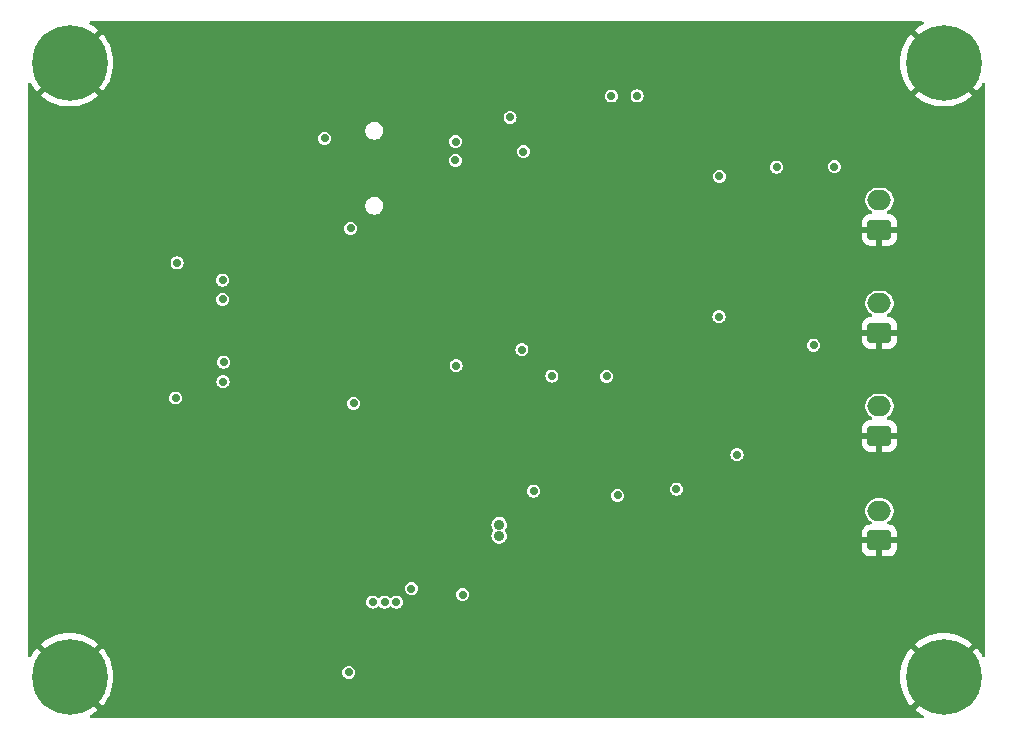
<source format=gbr>
%TF.GenerationSoftware,KiCad,Pcbnew,8.0.6*%
%TF.CreationDate,2024-11-05T11:01:03+02:00*%
%TF.ProjectId,PionController,50696f6e-436f-46e7-9472-6f6c6c65722e,rev?*%
%TF.SameCoordinates,Original*%
%TF.FileFunction,Copper,L2,Inr*%
%TF.FilePolarity,Positive*%
%FSLAX46Y46*%
G04 Gerber Fmt 4.6, Leading zero omitted, Abs format (unit mm)*
G04 Created by KiCad (PCBNEW 8.0.6) date 2024-11-05 11:01:03*
%MOMM*%
%LPD*%
G01*
G04 APERTURE LIST*
G04 Aperture macros list*
%AMRoundRect*
0 Rectangle with rounded corners*
0 $1 Rounding radius*
0 $2 $3 $4 $5 $6 $7 $8 $9 X,Y pos of 4 corners*
0 Add a 4 corners polygon primitive as box body*
4,1,4,$2,$3,$4,$5,$6,$7,$8,$9,$2,$3,0*
0 Add four circle primitives for the rounded corners*
1,1,$1+$1,$2,$3*
1,1,$1+$1,$4,$5*
1,1,$1+$1,$6,$7*
1,1,$1+$1,$8,$9*
0 Add four rect primitives between the rounded corners*
20,1,$1+$1,$2,$3,$4,$5,0*
20,1,$1+$1,$4,$5,$6,$7,0*
20,1,$1+$1,$6,$7,$8,$9,0*
20,1,$1+$1,$8,$9,$2,$3,0*%
G04 Aperture macros list end*
%TA.AperFunction,ComponentPad*%
%ADD10C,0.800000*%
%TD*%
%TA.AperFunction,ComponentPad*%
%ADD11C,6.400000*%
%TD*%
%TA.AperFunction,ComponentPad*%
%ADD12RoundRect,0.250000X0.750000X-0.600000X0.750000X0.600000X-0.750000X0.600000X-0.750000X-0.600000X0*%
%TD*%
%TA.AperFunction,ComponentPad*%
%ADD13O,2.000000X1.700000*%
%TD*%
%TA.AperFunction,ViaPad*%
%ADD14C,0.700000*%
%TD*%
%TA.AperFunction,ViaPad*%
%ADD15C,0.900000*%
%TD*%
G04 APERTURE END LIST*
D10*
%TO.N,GND*%
%TO.C,H3*%
X175600000Y-122649999D03*
X176302944Y-120952943D03*
X176302944Y-124347055D03*
X178000000Y-120249999D03*
D11*
X178000000Y-122649999D03*
D10*
X178000000Y-125049999D03*
X179697056Y-120952943D03*
X179697056Y-124347055D03*
X180400000Y-122649999D03*
%TD*%
D12*
%TO.N,GND*%
%TO.C,J5*%
X172567600Y-102235000D03*
D13*
%TO.N,Net-(J5-Pin_2)*%
X172567600Y-99735000D03*
%TD*%
D10*
%TO.N,GND*%
%TO.C,H1*%
X101600000Y-70649999D03*
X102302944Y-68952943D03*
X102302944Y-72347055D03*
X104000000Y-68249999D03*
D11*
X104000000Y-70649999D03*
D10*
X104000000Y-73049999D03*
X105697056Y-68952943D03*
X105697056Y-72347055D03*
X106400000Y-70649999D03*
%TD*%
%TO.N,GND*%
%TO.C,H4*%
X101600000Y-122649999D03*
X102302944Y-120952943D03*
X102302944Y-124347055D03*
X104000000Y-120249999D03*
D11*
X104000000Y-122649999D03*
D10*
X104000000Y-125049999D03*
X105697056Y-120952943D03*
X105697056Y-124347055D03*
X106400000Y-122649999D03*
%TD*%
D12*
%TO.N,GND*%
%TO.C,J3*%
X172567600Y-84785200D03*
D13*
%TO.N,Net-(J3-Pin_2)*%
X172567600Y-82285200D03*
%TD*%
D12*
%TO.N,GND*%
%TO.C,J6*%
X172563200Y-111094200D03*
D13*
%TO.N,Net-(J6-Pin_2)*%
X172563200Y-108594200D03*
%TD*%
D12*
%TO.N,GND*%
%TO.C,J4*%
X172567600Y-93522800D03*
D13*
%TO.N,Net-(J4-Pin_2)*%
X172567600Y-91022800D03*
%TD*%
D10*
%TO.N,GND*%
%TO.C,H2*%
X175600000Y-70649999D03*
X176302944Y-68952943D03*
X176302944Y-72347055D03*
X178000000Y-68249999D03*
D11*
X178000000Y-70649999D03*
D10*
X178000000Y-73049999D03*
X179697056Y-68952943D03*
X179697056Y-72347055D03*
X180400000Y-70649999D03*
%TD*%
D14*
%TO.N,Net-(J1-Pad12)*%
X141300200Y-75285600D03*
X136690000Y-77340000D03*
%TO.N,Net-(J1-Pad13)*%
X127790000Y-84670000D03*
X152050000Y-73460000D03*
%TO.N,Net-(J1-Pad14)*%
X136670000Y-78920000D03*
X149860000Y-73456800D03*
%TO.N,GND*%
X143637000Y-93167200D03*
X114722600Y-116870000D03*
X102730000Y-84250000D03*
X141300200Y-97612200D03*
X167550000Y-91460000D03*
X137439400Y-86461600D03*
X102790000Y-109100000D03*
X104730000Y-84250000D03*
X169260000Y-82260000D03*
X152450800Y-93218000D03*
X133900000Y-97350000D03*
X130073400Y-109905800D03*
X144780000Y-98679000D03*
X119684800Y-122351800D03*
X143256000Y-110363000D03*
X114722600Y-120222800D03*
X129940200Y-122063200D03*
X146024600Y-109677200D03*
X130130000Y-96560000D03*
X115773200Y-107797600D03*
X111911200Y-89914200D03*
X157632400Y-97307400D03*
X125628400Y-116789200D03*
X143510000Y-75311000D03*
X162610800Y-76809600D03*
X111912400Y-96748600D03*
X129830000Y-79580000D03*
X147955000Y-93167200D03*
X134730000Y-112870000D03*
X147294600Y-104724200D03*
X103730000Y-84250000D03*
X104790000Y-109100000D03*
X111425000Y-99075000D03*
X151942800Y-107264200D03*
X157607000Y-99491800D03*
X119532400Y-100304600D03*
X126380000Y-87690000D03*
X142773400Y-100279200D03*
X155295600Y-82169000D03*
X145355200Y-102688939D03*
X161027200Y-90305800D03*
X151409400Y-100457000D03*
X145110000Y-74138000D03*
X129820000Y-78320000D03*
X134770000Y-110288600D03*
X148590000Y-109651800D03*
X103790000Y-109100000D03*
X129768600Y-100279200D03*
X149183200Y-102632376D03*
X120980200Y-120751600D03*
X111525000Y-87600000D03*
X114697200Y-113415600D03*
X126034800Y-105867200D03*
X139900253Y-115522032D03*
X149402800Y-98729800D03*
X160528000Y-80238600D03*
X160553400Y-83718400D03*
X143979000Y-81369000D03*
X155473400Y-93675200D03*
X122160000Y-82130000D03*
X133420000Y-122037800D03*
X167554600Y-76814200D03*
X162600000Y-82265799D03*
X151409400Y-98399600D03*
X126161800Y-99060000D03*
X160528000Y-94437200D03*
X126009400Y-113411000D03*
X153365200Y-102870000D03*
%TO.N,+5V*%
X131670000Y-116320000D03*
X130670000Y-116320000D03*
X137270000Y-115676900D03*
X129670000Y-116320000D03*
X127640000Y-122260000D03*
X167005000Y-94564200D03*
X132943600Y-115189000D03*
X168757600Y-79451200D03*
X128041400Y-99491800D03*
%TO.N,+3.3V*%
X125600000Y-77050000D03*
X142417800Y-78181200D03*
X159004000Y-80264000D03*
X136728200Y-96291400D03*
X160502600Y-103835200D03*
X143281400Y-106908600D03*
X149475000Y-97192800D03*
X142290800Y-94945200D03*
X144830800Y-97180400D03*
X150393400Y-107289600D03*
D15*
X140366400Y-109761800D03*
X140366400Y-110711800D03*
D14*
X155373700Y-106754300D03*
X158978600Y-92151200D03*
X163855400Y-79476600D03*
%TO.N,Net-(SB1-C)*%
X112975369Y-99024631D03*
%TO.N,Net-(SB2-C)*%
X113100000Y-87600000D03*
%TO.N,Net-(SB1-A)*%
X116992400Y-97663000D03*
%TO.N,Net-(SB1-B)*%
X117043200Y-95986600D03*
%TO.N,Net-(SB2-A)*%
X116967000Y-90678000D03*
%TO.N,Net-(SB2-B)*%
X116950000Y-89050000D03*
%TD*%
%TA.AperFunction,Conductor*%
%TO.N,GND*%
G36*
X176268745Y-67170184D02*
G01*
X176314500Y-67222988D01*
X176324444Y-67292146D01*
X176295419Y-67355702D01*
X176258001Y-67384984D01*
X176147456Y-67441309D01*
X175822206Y-67652530D01*
X175564648Y-67861094D01*
X175564648Y-67861095D01*
X176604686Y-68901132D01*
X176638171Y-68962455D01*
X176633187Y-69032147D01*
X176595262Y-69085000D01*
X176562948Y-69111290D01*
X176430694Y-69252898D01*
X176370550Y-69288457D01*
X176300729Y-69285854D01*
X176252390Y-69255942D01*
X175211096Y-68214647D01*
X175211095Y-68214647D01*
X175002531Y-68472205D01*
X174791310Y-68797455D01*
X174615244Y-69143004D01*
X174476262Y-69505062D01*
X174375887Y-69879668D01*
X174375886Y-69879675D01*
X174315219Y-70262711D01*
X174294922Y-70649998D01*
X174294922Y-70649999D01*
X174315219Y-71037286D01*
X174375886Y-71420322D01*
X174375887Y-71420329D01*
X174476262Y-71794935D01*
X174615244Y-72156993D01*
X174791310Y-72502542D01*
X175002531Y-72827792D01*
X175211095Y-73085349D01*
X175211096Y-73085349D01*
X176252389Y-72044055D01*
X176313712Y-72010570D01*
X176383403Y-72015554D01*
X176430693Y-72047099D01*
X176533328Y-72156993D01*
X176562947Y-72188707D01*
X176595260Y-72214996D01*
X176634840Y-72272572D01*
X176637009Y-72342408D01*
X176604686Y-72398864D01*
X175564648Y-73438902D01*
X175564649Y-73438903D01*
X175822206Y-73647467D01*
X176147456Y-73858688D01*
X176493005Y-74034754D01*
X176855063Y-74173736D01*
X177229669Y-74274111D01*
X177229676Y-74274112D01*
X177612712Y-74334779D01*
X177999999Y-74355077D01*
X178000001Y-74355077D01*
X178387287Y-74334779D01*
X178770323Y-74274112D01*
X178770330Y-74274111D01*
X179144936Y-74173736D01*
X179506994Y-74034754D01*
X179852543Y-73858688D01*
X180177783Y-73647475D01*
X180177785Y-73647474D01*
X180435349Y-73438901D01*
X179395312Y-72398864D01*
X179361827Y-72337541D01*
X179366811Y-72267849D01*
X179404736Y-72214998D01*
X179437053Y-72188707D01*
X179569306Y-72047098D01*
X179629448Y-72011540D01*
X179699269Y-72014142D01*
X179747609Y-72044055D01*
X180788902Y-73085348D01*
X180997475Y-72827784D01*
X180997476Y-72827782D01*
X181208691Y-72502540D01*
X181208692Y-72502537D01*
X181265015Y-72391998D01*
X181312989Y-72341201D01*
X181380810Y-72324406D01*
X181446945Y-72346943D01*
X181490397Y-72401658D01*
X181499500Y-72448292D01*
X181499500Y-120851705D01*
X181479815Y-120918744D01*
X181427011Y-120964499D01*
X181357853Y-120974443D01*
X181294297Y-120945418D01*
X181265015Y-120908000D01*
X181208689Y-120797455D01*
X180997468Y-120472205D01*
X180788904Y-120214648D01*
X180788903Y-120214647D01*
X179747609Y-121255941D01*
X179686286Y-121289426D01*
X179616594Y-121284442D01*
X179569305Y-121252897D01*
X179437056Y-121111294D01*
X179437055Y-121111293D01*
X179437053Y-121111291D01*
X179404737Y-121085000D01*
X179365157Y-121027423D01*
X179362989Y-120957587D01*
X179395312Y-120901132D01*
X180435350Y-119861095D01*
X180435350Y-119861094D01*
X180177793Y-119652530D01*
X179852543Y-119441309D01*
X179506994Y-119265243D01*
X179144936Y-119126261D01*
X178770330Y-119025886D01*
X178770323Y-119025885D01*
X178387287Y-118965218D01*
X178000001Y-118944921D01*
X177999999Y-118944921D01*
X177612712Y-118965218D01*
X177229676Y-119025885D01*
X177229669Y-119025886D01*
X176855063Y-119126261D01*
X176493005Y-119265243D01*
X176147456Y-119441309D01*
X175822206Y-119652530D01*
X175564648Y-119861094D01*
X175564648Y-119861095D01*
X176604686Y-120901132D01*
X176638171Y-120962455D01*
X176633187Y-121032147D01*
X176595262Y-121085000D01*
X176562948Y-121111290D01*
X176430694Y-121252898D01*
X176370550Y-121288457D01*
X176300729Y-121285854D01*
X176252390Y-121255942D01*
X175211096Y-120214647D01*
X175211095Y-120214647D01*
X175002531Y-120472205D01*
X174791310Y-120797455D01*
X174615244Y-121143004D01*
X174476262Y-121505062D01*
X174375887Y-121879668D01*
X174375886Y-121879675D01*
X174315219Y-122262711D01*
X174294922Y-122649998D01*
X174294922Y-122649999D01*
X174315219Y-123037286D01*
X174375886Y-123420322D01*
X174375887Y-123420329D01*
X174476262Y-123794935D01*
X174615244Y-124156993D01*
X174791310Y-124502542D01*
X175002531Y-124827792D01*
X175211095Y-125085349D01*
X175211096Y-125085349D01*
X176252389Y-124044055D01*
X176313712Y-124010570D01*
X176383403Y-124015554D01*
X176430693Y-124047099D01*
X176533328Y-124156993D01*
X176562947Y-124188707D01*
X176595260Y-124214996D01*
X176634840Y-124272572D01*
X176637009Y-124342408D01*
X176604686Y-124398864D01*
X175564648Y-125438902D01*
X175564649Y-125438903D01*
X175822206Y-125647467D01*
X176147456Y-125858688D01*
X176258001Y-125915014D01*
X176308797Y-125962989D01*
X176325592Y-126030810D01*
X176303055Y-126096944D01*
X176248340Y-126140396D01*
X176201706Y-126149499D01*
X105798294Y-126149499D01*
X105731255Y-126129814D01*
X105685500Y-126077010D01*
X105675556Y-126007852D01*
X105704581Y-125944296D01*
X105741999Y-125915014D01*
X105852543Y-125858688D01*
X106177783Y-125647475D01*
X106177785Y-125647474D01*
X106435349Y-125438901D01*
X105395312Y-124398864D01*
X105361827Y-124337541D01*
X105366811Y-124267849D01*
X105404736Y-124214998D01*
X105437053Y-124188707D01*
X105569306Y-124047098D01*
X105629448Y-124011540D01*
X105699269Y-124014142D01*
X105747609Y-124044055D01*
X106788902Y-125085348D01*
X106997475Y-124827784D01*
X106997476Y-124827782D01*
X107208689Y-124502542D01*
X107384755Y-124156993D01*
X107523737Y-123794935D01*
X107624112Y-123420329D01*
X107624113Y-123420322D01*
X107684780Y-123037286D01*
X107705078Y-122649999D01*
X107705078Y-122649998D01*
X107684780Y-122262711D01*
X107684350Y-122259999D01*
X127084750Y-122259999D01*
X127084750Y-122260000D01*
X127103670Y-122403708D01*
X127103671Y-122403712D01*
X127159137Y-122537622D01*
X127159138Y-122537624D01*
X127159139Y-122537625D01*
X127247379Y-122652621D01*
X127362375Y-122740861D01*
X127496291Y-122796330D01*
X127623280Y-122813048D01*
X127639999Y-122815250D01*
X127640000Y-122815250D01*
X127640001Y-122815250D01*
X127654977Y-122813278D01*
X127783709Y-122796330D01*
X127917625Y-122740861D01*
X128032621Y-122652621D01*
X128120861Y-122537625D01*
X128176330Y-122403709D01*
X128195250Y-122260000D01*
X128176330Y-122116291D01*
X128120861Y-121982375D01*
X128032621Y-121867379D01*
X127917625Y-121779139D01*
X127917624Y-121779138D01*
X127917622Y-121779137D01*
X127783712Y-121723671D01*
X127783710Y-121723670D01*
X127783709Y-121723670D01*
X127711854Y-121714210D01*
X127640001Y-121704750D01*
X127639999Y-121704750D01*
X127496291Y-121723670D01*
X127496287Y-121723671D01*
X127362377Y-121779137D01*
X127247379Y-121867379D01*
X127159137Y-121982377D01*
X127103671Y-122116287D01*
X127103670Y-122116291D01*
X127084750Y-122259999D01*
X107684350Y-122259999D01*
X107624113Y-121879675D01*
X107624112Y-121879668D01*
X107523737Y-121505062D01*
X107384755Y-121143004D01*
X107208689Y-120797455D01*
X106997468Y-120472205D01*
X106788904Y-120214648D01*
X106788903Y-120214647D01*
X105747609Y-121255941D01*
X105686286Y-121289426D01*
X105616594Y-121284442D01*
X105569305Y-121252897D01*
X105437056Y-121111294D01*
X105437055Y-121111293D01*
X105437053Y-121111291D01*
X105404737Y-121085000D01*
X105365157Y-121027423D01*
X105362989Y-120957587D01*
X105395312Y-120901132D01*
X106435350Y-119861095D01*
X106435350Y-119861094D01*
X106177793Y-119652530D01*
X105852543Y-119441309D01*
X105506994Y-119265243D01*
X105144936Y-119126261D01*
X104770330Y-119025886D01*
X104770323Y-119025885D01*
X104387287Y-118965218D01*
X104000001Y-118944921D01*
X103999999Y-118944921D01*
X103612712Y-118965218D01*
X103229676Y-119025885D01*
X103229669Y-119025886D01*
X102855063Y-119126261D01*
X102493005Y-119265243D01*
X102147456Y-119441309D01*
X101822206Y-119652530D01*
X101564648Y-119861094D01*
X101564648Y-119861095D01*
X102604686Y-120901132D01*
X102638171Y-120962455D01*
X102633187Y-121032147D01*
X102595262Y-121085000D01*
X102562948Y-121111290D01*
X102430694Y-121252898D01*
X102370550Y-121288457D01*
X102300729Y-121285854D01*
X102252390Y-121255942D01*
X101211096Y-120214647D01*
X101211095Y-120214647D01*
X101002531Y-120472205D01*
X100791310Y-120797455D01*
X100734985Y-120908000D01*
X100687010Y-120958796D01*
X100619189Y-120975591D01*
X100553055Y-120953054D01*
X100509603Y-120898339D01*
X100500500Y-120851705D01*
X100500500Y-116319999D01*
X129114750Y-116319999D01*
X129114750Y-116320000D01*
X129133670Y-116463708D01*
X129133671Y-116463712D01*
X129189137Y-116597622D01*
X129189138Y-116597624D01*
X129189139Y-116597625D01*
X129277379Y-116712621D01*
X129392375Y-116800861D01*
X129526291Y-116856330D01*
X129653280Y-116873048D01*
X129669999Y-116875250D01*
X129670000Y-116875250D01*
X129670001Y-116875250D01*
X129684977Y-116873278D01*
X129813709Y-116856330D01*
X129947625Y-116800861D01*
X130062621Y-116712621D01*
X130071625Y-116700886D01*
X130128050Y-116659685D01*
X130197796Y-116655529D01*
X130258717Y-116689740D01*
X130268367Y-116700876D01*
X130277379Y-116712621D01*
X130392375Y-116800861D01*
X130526291Y-116856330D01*
X130653280Y-116873048D01*
X130669999Y-116875250D01*
X130670000Y-116875250D01*
X130670001Y-116875250D01*
X130684977Y-116873278D01*
X130813709Y-116856330D01*
X130947625Y-116800861D01*
X131062621Y-116712621D01*
X131071625Y-116700886D01*
X131128050Y-116659685D01*
X131197796Y-116655529D01*
X131258717Y-116689740D01*
X131268367Y-116700876D01*
X131277379Y-116712621D01*
X131392375Y-116800861D01*
X131526291Y-116856330D01*
X131653280Y-116873048D01*
X131669999Y-116875250D01*
X131670000Y-116875250D01*
X131670001Y-116875250D01*
X131684977Y-116873278D01*
X131813709Y-116856330D01*
X131947625Y-116800861D01*
X132062621Y-116712621D01*
X132150861Y-116597625D01*
X132206330Y-116463709D01*
X132225250Y-116320000D01*
X132206330Y-116176291D01*
X132150861Y-116042375D01*
X132062621Y-115927379D01*
X131947625Y-115839139D01*
X131947624Y-115839138D01*
X131947622Y-115839137D01*
X131813712Y-115783671D01*
X131813710Y-115783670D01*
X131813709Y-115783670D01*
X131741854Y-115774210D01*
X131670001Y-115764750D01*
X131669999Y-115764750D01*
X131526291Y-115783670D01*
X131526287Y-115783671D01*
X131392377Y-115839137D01*
X131334877Y-115883259D01*
X131277379Y-115927379D01*
X131277378Y-115927380D01*
X131277377Y-115927381D01*
X131268375Y-115939113D01*
X131211947Y-115980316D01*
X131142201Y-115984470D01*
X131081281Y-115950257D01*
X131071625Y-115939113D01*
X131069782Y-115936711D01*
X131062621Y-115927379D01*
X130947625Y-115839139D01*
X130947624Y-115839138D01*
X130947622Y-115839137D01*
X130813712Y-115783671D01*
X130813710Y-115783670D01*
X130813709Y-115783670D01*
X130741854Y-115774210D01*
X130670001Y-115764750D01*
X130669999Y-115764750D01*
X130526291Y-115783670D01*
X130526287Y-115783671D01*
X130392377Y-115839137D01*
X130334877Y-115883259D01*
X130277379Y-115927379D01*
X130277378Y-115927380D01*
X130277377Y-115927381D01*
X130268375Y-115939113D01*
X130211947Y-115980316D01*
X130142201Y-115984470D01*
X130081281Y-115950257D01*
X130071625Y-115939113D01*
X130069782Y-115936711D01*
X130062621Y-115927379D01*
X129947625Y-115839139D01*
X129947624Y-115839138D01*
X129947622Y-115839137D01*
X129813712Y-115783671D01*
X129813710Y-115783670D01*
X129813709Y-115783670D01*
X129741854Y-115774210D01*
X129670001Y-115764750D01*
X129669999Y-115764750D01*
X129526291Y-115783670D01*
X129526287Y-115783671D01*
X129392377Y-115839137D01*
X129277379Y-115927379D01*
X129189137Y-116042377D01*
X129133671Y-116176287D01*
X129133670Y-116176291D01*
X129114750Y-116319999D01*
X100500500Y-116319999D01*
X100500500Y-115188999D01*
X132388350Y-115188999D01*
X132388350Y-115189000D01*
X132407270Y-115332708D01*
X132407271Y-115332712D01*
X132462737Y-115466622D01*
X132462738Y-115466624D01*
X132462739Y-115466625D01*
X132550979Y-115581621D01*
X132665975Y-115669861D01*
X132799891Y-115725330D01*
X132926880Y-115742048D01*
X132943599Y-115744250D01*
X132943600Y-115744250D01*
X132943601Y-115744250D01*
X132958577Y-115742278D01*
X133087309Y-115725330D01*
X133204234Y-115676899D01*
X136714750Y-115676899D01*
X136714750Y-115676900D01*
X136733670Y-115820608D01*
X136733671Y-115820612D01*
X136789137Y-115954522D01*
X136789138Y-115954524D01*
X136789139Y-115954525D01*
X136877379Y-116069521D01*
X136992375Y-116157761D01*
X137126291Y-116213230D01*
X137253280Y-116229948D01*
X137269999Y-116232150D01*
X137270000Y-116232150D01*
X137270001Y-116232150D01*
X137284977Y-116230178D01*
X137413709Y-116213230D01*
X137547625Y-116157761D01*
X137662621Y-116069521D01*
X137750861Y-115954525D01*
X137806330Y-115820609D01*
X137825250Y-115676900D01*
X137806330Y-115533191D01*
X137750861Y-115399275D01*
X137662621Y-115284279D01*
X137547625Y-115196039D01*
X137547624Y-115196038D01*
X137547622Y-115196037D01*
X137413712Y-115140571D01*
X137413710Y-115140570D01*
X137413709Y-115140570D01*
X137341854Y-115131110D01*
X137270001Y-115121650D01*
X137269999Y-115121650D01*
X137126291Y-115140570D01*
X137126287Y-115140571D01*
X136992377Y-115196037D01*
X136877379Y-115284279D01*
X136789137Y-115399277D01*
X136733671Y-115533187D01*
X136733670Y-115533191D01*
X136714750Y-115676899D01*
X133204234Y-115676899D01*
X133221225Y-115669861D01*
X133336221Y-115581621D01*
X133424461Y-115466625D01*
X133479930Y-115332709D01*
X133498850Y-115189000D01*
X133479930Y-115045291D01*
X133424461Y-114911375D01*
X133336221Y-114796379D01*
X133221225Y-114708139D01*
X133221224Y-114708138D01*
X133221222Y-114708137D01*
X133087312Y-114652671D01*
X133087310Y-114652670D01*
X133087309Y-114652670D01*
X133015454Y-114643210D01*
X132943601Y-114633750D01*
X132943599Y-114633750D01*
X132799891Y-114652670D01*
X132799887Y-114652671D01*
X132665977Y-114708137D01*
X132550979Y-114796379D01*
X132462737Y-114911377D01*
X132407271Y-115045287D01*
X132407270Y-115045291D01*
X132388350Y-115188999D01*
X100500500Y-115188999D01*
X100500500Y-109761799D01*
X139711122Y-109761799D01*
X139711122Y-109761800D01*
X139730162Y-109918618D01*
X139786180Y-110066323D01*
X139786181Y-110066324D01*
X139855230Y-110166360D01*
X139877113Y-110232715D01*
X139859647Y-110300366D01*
X139855230Y-110307240D01*
X139786181Y-110407275D01*
X139786180Y-110407276D01*
X139730162Y-110554981D01*
X139711122Y-110711799D01*
X139711122Y-110711800D01*
X139730162Y-110868618D01*
X139742522Y-110901207D01*
X139786180Y-111016323D01*
X139875917Y-111146330D01*
X139994160Y-111251083D01*
X139994162Y-111251084D01*
X140134034Y-111324496D01*
X140287414Y-111362300D01*
X140287415Y-111362300D01*
X140445385Y-111362300D01*
X140598765Y-111324496D01*
X140738640Y-111251083D01*
X140856883Y-111146330D01*
X140946620Y-111016323D01*
X141002637Y-110868618D01*
X141021678Y-110711800D01*
X141002637Y-110554982D01*
X140960628Y-110444213D01*
X171063200Y-110444213D01*
X171063200Y-110844200D01*
X172130188Y-110844200D01*
X172097275Y-110901207D01*
X172063200Y-111028374D01*
X172063200Y-111160026D01*
X172097275Y-111287193D01*
X172130188Y-111344200D01*
X171063201Y-111344200D01*
X171063201Y-111744186D01*
X171073694Y-111846897D01*
X171128841Y-112013319D01*
X171128843Y-112013324D01*
X171220884Y-112162545D01*
X171344854Y-112286515D01*
X171494075Y-112378556D01*
X171494080Y-112378558D01*
X171660502Y-112433705D01*
X171660509Y-112433706D01*
X171763219Y-112444199D01*
X172313199Y-112444199D01*
X172313200Y-112444198D01*
X172313200Y-111527212D01*
X172370207Y-111560125D01*
X172497374Y-111594200D01*
X172629026Y-111594200D01*
X172756193Y-111560125D01*
X172813200Y-111527212D01*
X172813200Y-112444199D01*
X173363172Y-112444199D01*
X173363186Y-112444198D01*
X173465897Y-112433705D01*
X173632319Y-112378558D01*
X173632324Y-112378556D01*
X173781545Y-112286515D01*
X173905515Y-112162545D01*
X173997556Y-112013324D01*
X173997558Y-112013319D01*
X174052705Y-111846897D01*
X174052706Y-111846890D01*
X174063199Y-111744186D01*
X174063200Y-111744173D01*
X174063200Y-111344200D01*
X172996212Y-111344200D01*
X173029125Y-111287193D01*
X173063200Y-111160026D01*
X173063200Y-111028374D01*
X173029125Y-110901207D01*
X172996212Y-110844200D01*
X174063199Y-110844200D01*
X174063199Y-110444228D01*
X174063198Y-110444213D01*
X174052705Y-110341502D01*
X173997558Y-110175080D01*
X173997556Y-110175075D01*
X173905515Y-110025854D01*
X173781545Y-109901884D01*
X173632324Y-109809843D01*
X173632319Y-109809841D01*
X173465897Y-109754694D01*
X173465890Y-109754693D01*
X173363186Y-109744200D01*
X173291726Y-109744200D01*
X173224687Y-109724515D01*
X173178932Y-109671711D01*
X173168988Y-109602553D01*
X173198013Y-109538997D01*
X173222833Y-109517099D01*
X173382855Y-109410177D01*
X173529177Y-109263855D01*
X173644141Y-109091798D01*
X173723330Y-108900620D01*
X173763700Y-108697665D01*
X173763700Y-108490735D01*
X173723330Y-108287780D01*
X173644141Y-108096602D01*
X173529177Y-107924545D01*
X173529175Y-107924542D01*
X173382857Y-107778224D01*
X173239175Y-107682220D01*
X173210798Y-107663259D01*
X173019620Y-107584070D01*
X173019612Y-107584068D01*
X172816669Y-107543700D01*
X172816665Y-107543700D01*
X172309735Y-107543700D01*
X172309730Y-107543700D01*
X172106787Y-107584068D01*
X172106779Y-107584070D01*
X171915603Y-107663258D01*
X171743542Y-107778224D01*
X171597224Y-107924542D01*
X171482258Y-108096603D01*
X171403070Y-108287779D01*
X171403068Y-108287787D01*
X171362700Y-108490730D01*
X171362700Y-108697669D01*
X171403068Y-108900612D01*
X171403070Y-108900620D01*
X171482258Y-109091796D01*
X171597224Y-109263857D01*
X171743542Y-109410175D01*
X171743545Y-109410177D01*
X171903567Y-109517099D01*
X171948370Y-109570709D01*
X171957078Y-109640034D01*
X171926924Y-109703062D01*
X171867482Y-109739781D01*
X171834677Y-109744200D01*
X171763229Y-109744200D01*
X171763212Y-109744201D01*
X171660502Y-109754694D01*
X171494080Y-109809841D01*
X171494075Y-109809843D01*
X171344854Y-109901884D01*
X171220884Y-110025854D01*
X171128843Y-110175075D01*
X171128841Y-110175080D01*
X171073694Y-110341502D01*
X171073693Y-110341509D01*
X171063200Y-110444213D01*
X140960628Y-110444213D01*
X140946620Y-110407277D01*
X140877568Y-110307238D01*
X140855686Y-110240886D01*
X140873151Y-110173234D01*
X140877559Y-110166375D01*
X140946620Y-110066323D01*
X141002637Y-109918618D01*
X141021678Y-109761800D01*
X141019005Y-109739781D01*
X141002637Y-109604981D01*
X140972357Y-109525141D01*
X140946620Y-109457277D01*
X140856883Y-109327270D01*
X140738640Y-109222517D01*
X140738638Y-109222516D01*
X140738637Y-109222515D01*
X140598765Y-109149103D01*
X140445386Y-109111300D01*
X140445385Y-109111300D01*
X140287415Y-109111300D01*
X140287414Y-109111300D01*
X140134034Y-109149103D01*
X139994162Y-109222515D01*
X139875916Y-109327271D01*
X139786181Y-109457275D01*
X139786180Y-109457276D01*
X139730162Y-109604981D01*
X139711122Y-109761799D01*
X100500500Y-109761799D01*
X100500500Y-106908599D01*
X142726150Y-106908599D01*
X142726150Y-106908600D01*
X142745070Y-107052308D01*
X142745071Y-107052312D01*
X142800537Y-107186222D01*
X142800538Y-107186224D01*
X142800539Y-107186225D01*
X142888779Y-107301221D01*
X143003775Y-107389461D01*
X143137691Y-107444930D01*
X143264680Y-107461648D01*
X143281399Y-107463850D01*
X143281400Y-107463850D01*
X143281401Y-107463850D01*
X143296377Y-107461878D01*
X143425109Y-107444930D01*
X143559025Y-107389461D01*
X143674021Y-107301221D01*
X143682939Y-107289599D01*
X149838150Y-107289599D01*
X149838150Y-107289600D01*
X149857070Y-107433308D01*
X149857071Y-107433312D01*
X149912537Y-107567222D01*
X149912538Y-107567224D01*
X149912539Y-107567225D01*
X150000779Y-107682221D01*
X150115775Y-107770461D01*
X150249691Y-107825930D01*
X150376680Y-107842648D01*
X150393399Y-107844850D01*
X150393400Y-107844850D01*
X150393401Y-107844850D01*
X150408377Y-107842878D01*
X150537109Y-107825930D01*
X150671025Y-107770461D01*
X150786021Y-107682221D01*
X150874261Y-107567225D01*
X150929730Y-107433309D01*
X150948650Y-107289600D01*
X150929730Y-107145891D01*
X150890967Y-107052308D01*
X150874262Y-107011977D01*
X150874261Y-107011976D01*
X150874261Y-107011975D01*
X150786021Y-106896979D01*
X150671025Y-106808739D01*
X150671024Y-106808738D01*
X150671022Y-106808737D01*
X150539596Y-106754300D01*
X154818450Y-106754300D01*
X154837234Y-106896979D01*
X154837370Y-106898008D01*
X154837371Y-106898012D01*
X154892837Y-107031922D01*
X154892838Y-107031924D01*
X154892839Y-107031925D01*
X154981079Y-107146921D01*
X155096075Y-107235161D01*
X155229991Y-107290630D01*
X155356980Y-107307348D01*
X155373699Y-107309550D01*
X155373700Y-107309550D01*
X155373701Y-107309550D01*
X155388677Y-107307578D01*
X155517409Y-107290630D01*
X155651325Y-107235161D01*
X155766321Y-107146921D01*
X155854561Y-107031925D01*
X155910030Y-106898009D01*
X155928950Y-106754300D01*
X155928814Y-106753270D01*
X155926323Y-106734350D01*
X155910030Y-106610591D01*
X155854561Y-106476675D01*
X155766321Y-106361679D01*
X155651325Y-106273439D01*
X155651324Y-106273438D01*
X155651322Y-106273437D01*
X155517412Y-106217971D01*
X155517410Y-106217970D01*
X155517409Y-106217970D01*
X155445554Y-106208510D01*
X155373701Y-106199050D01*
X155373699Y-106199050D01*
X155229991Y-106217970D01*
X155229987Y-106217971D01*
X155096077Y-106273437D01*
X154981079Y-106361679D01*
X154892837Y-106476677D01*
X154837371Y-106610587D01*
X154837370Y-106610591D01*
X154818586Y-106753270D01*
X154818450Y-106754300D01*
X150539596Y-106754300D01*
X150537112Y-106753271D01*
X150537110Y-106753270D01*
X150537109Y-106753270D01*
X150465254Y-106743810D01*
X150393401Y-106734350D01*
X150393399Y-106734350D01*
X150249691Y-106753270D01*
X150249687Y-106753271D01*
X150115777Y-106808737D01*
X150000779Y-106896979D01*
X149912537Y-107011977D01*
X149857071Y-107145887D01*
X149857070Y-107145891D01*
X149838150Y-107289599D01*
X143682939Y-107289599D01*
X143762261Y-107186225D01*
X143817730Y-107052309D01*
X143836650Y-106908600D01*
X143817730Y-106764891D01*
X143762261Y-106630975D01*
X143674021Y-106515979D01*
X143559025Y-106427739D01*
X143559024Y-106427738D01*
X143559022Y-106427737D01*
X143425112Y-106372271D01*
X143425110Y-106372270D01*
X143425109Y-106372270D01*
X143344664Y-106361679D01*
X143281401Y-106353350D01*
X143281399Y-106353350D01*
X143137691Y-106372270D01*
X143137687Y-106372271D01*
X143003777Y-106427737D01*
X142888779Y-106515979D01*
X142800537Y-106630977D01*
X142745071Y-106764887D01*
X142745070Y-106764891D01*
X142726150Y-106908599D01*
X100500500Y-106908599D01*
X100500500Y-103835199D01*
X159947350Y-103835199D01*
X159947350Y-103835200D01*
X159966270Y-103978908D01*
X159966271Y-103978912D01*
X160021737Y-104112822D01*
X160021738Y-104112824D01*
X160021739Y-104112825D01*
X160109979Y-104227821D01*
X160224975Y-104316061D01*
X160358891Y-104371530D01*
X160485880Y-104388248D01*
X160502599Y-104390450D01*
X160502600Y-104390450D01*
X160502601Y-104390450D01*
X160517577Y-104388478D01*
X160646309Y-104371530D01*
X160780225Y-104316061D01*
X160895221Y-104227821D01*
X160983461Y-104112825D01*
X161038930Y-103978909D01*
X161057850Y-103835200D01*
X161038930Y-103691491D01*
X160983461Y-103557575D01*
X160895221Y-103442579D01*
X160780225Y-103354339D01*
X160780224Y-103354338D01*
X160780222Y-103354337D01*
X160646312Y-103298871D01*
X160646310Y-103298870D01*
X160646309Y-103298870D01*
X160574454Y-103289410D01*
X160502601Y-103279950D01*
X160502599Y-103279950D01*
X160358891Y-103298870D01*
X160358887Y-103298871D01*
X160224977Y-103354337D01*
X160109979Y-103442579D01*
X160021737Y-103557577D01*
X159966271Y-103691487D01*
X159966270Y-103691491D01*
X159947350Y-103835199D01*
X100500500Y-103835199D01*
X100500500Y-101585013D01*
X171067600Y-101585013D01*
X171067600Y-101985000D01*
X172134588Y-101985000D01*
X172101675Y-102042007D01*
X172067600Y-102169174D01*
X172067600Y-102300826D01*
X172101675Y-102427993D01*
X172134588Y-102485000D01*
X171067601Y-102485000D01*
X171067601Y-102884986D01*
X171078094Y-102987697D01*
X171133241Y-103154119D01*
X171133243Y-103154124D01*
X171225284Y-103303345D01*
X171349254Y-103427315D01*
X171498475Y-103519356D01*
X171498480Y-103519358D01*
X171664902Y-103574505D01*
X171664909Y-103574506D01*
X171767619Y-103584999D01*
X172317599Y-103584999D01*
X172317600Y-103584998D01*
X172317600Y-102668012D01*
X172374607Y-102700925D01*
X172501774Y-102735000D01*
X172633426Y-102735000D01*
X172760593Y-102700925D01*
X172817600Y-102668012D01*
X172817600Y-103584999D01*
X173367572Y-103584999D01*
X173367586Y-103584998D01*
X173470297Y-103574505D01*
X173636719Y-103519358D01*
X173636724Y-103519356D01*
X173785945Y-103427315D01*
X173909915Y-103303345D01*
X174001956Y-103154124D01*
X174001958Y-103154119D01*
X174057105Y-102987697D01*
X174057106Y-102987690D01*
X174067599Y-102884986D01*
X174067600Y-102884973D01*
X174067600Y-102485000D01*
X173000612Y-102485000D01*
X173033525Y-102427993D01*
X173067600Y-102300826D01*
X173067600Y-102169174D01*
X173033525Y-102042007D01*
X173000612Y-101985000D01*
X174067599Y-101985000D01*
X174067599Y-101585028D01*
X174067598Y-101585013D01*
X174057105Y-101482302D01*
X174001958Y-101315880D01*
X174001956Y-101315875D01*
X173909915Y-101166654D01*
X173785945Y-101042684D01*
X173636724Y-100950643D01*
X173636719Y-100950641D01*
X173470297Y-100895494D01*
X173470290Y-100895493D01*
X173367586Y-100885000D01*
X173296126Y-100885000D01*
X173229087Y-100865315D01*
X173183332Y-100812511D01*
X173173388Y-100743353D01*
X173202413Y-100679797D01*
X173227233Y-100657899D01*
X173387255Y-100550977D01*
X173533577Y-100404655D01*
X173648541Y-100232598D01*
X173727730Y-100041420D01*
X173768100Y-99838465D01*
X173768100Y-99631535D01*
X173727730Y-99428580D01*
X173648541Y-99237402D01*
X173533577Y-99065345D01*
X173533575Y-99065342D01*
X173387257Y-98919024D01*
X173301226Y-98861541D01*
X173215198Y-98804059D01*
X173024020Y-98724870D01*
X173024012Y-98724868D01*
X172821069Y-98684500D01*
X172821065Y-98684500D01*
X172314135Y-98684500D01*
X172314130Y-98684500D01*
X172111187Y-98724868D01*
X172111179Y-98724870D01*
X171920003Y-98804058D01*
X171747942Y-98919024D01*
X171601624Y-99065342D01*
X171486658Y-99237403D01*
X171407470Y-99428579D01*
X171407468Y-99428587D01*
X171367100Y-99631530D01*
X171367100Y-99838469D01*
X171407468Y-100041412D01*
X171407470Y-100041420D01*
X171486658Y-100232596D01*
X171601624Y-100404657D01*
X171747942Y-100550975D01*
X171747945Y-100550977D01*
X171907967Y-100657899D01*
X171952770Y-100711509D01*
X171961478Y-100780834D01*
X171931324Y-100843862D01*
X171871882Y-100880581D01*
X171839077Y-100885000D01*
X171767629Y-100885000D01*
X171767612Y-100885001D01*
X171664902Y-100895494D01*
X171498480Y-100950641D01*
X171498475Y-100950643D01*
X171349254Y-101042684D01*
X171225284Y-101166654D01*
X171133243Y-101315875D01*
X171133241Y-101315880D01*
X171078094Y-101482302D01*
X171078093Y-101482309D01*
X171067600Y-101585013D01*
X100500500Y-101585013D01*
X100500500Y-99024630D01*
X112420119Y-99024630D01*
X112420119Y-99024631D01*
X112439039Y-99168339D01*
X112439040Y-99168343D01*
X112494506Y-99302253D01*
X112494507Y-99302255D01*
X112494508Y-99302256D01*
X112582748Y-99417252D01*
X112697744Y-99505492D01*
X112831660Y-99560961D01*
X112958649Y-99577679D01*
X112975368Y-99579881D01*
X112975369Y-99579881D01*
X112975370Y-99579881D01*
X112990346Y-99577909D01*
X113119078Y-99560961D01*
X113252994Y-99505492D01*
X113270839Y-99491799D01*
X127486150Y-99491799D01*
X127486150Y-99491800D01*
X127505070Y-99635508D01*
X127505071Y-99635512D01*
X127560537Y-99769422D01*
X127560538Y-99769424D01*
X127560539Y-99769425D01*
X127648779Y-99884421D01*
X127763775Y-99972661D01*
X127897691Y-100028130D01*
X128024680Y-100044848D01*
X128041399Y-100047050D01*
X128041400Y-100047050D01*
X128041401Y-100047050D01*
X128056377Y-100045078D01*
X128185109Y-100028130D01*
X128319025Y-99972661D01*
X128434021Y-99884421D01*
X128522261Y-99769425D01*
X128577730Y-99635509D01*
X128596650Y-99491800D01*
X128577730Y-99348091D01*
X128522261Y-99214175D01*
X128434021Y-99099179D01*
X128319025Y-99010939D01*
X128319024Y-99010938D01*
X128319022Y-99010937D01*
X128185112Y-98955471D01*
X128185110Y-98955470D01*
X128185109Y-98955470D01*
X128113254Y-98946010D01*
X128041401Y-98936550D01*
X128041399Y-98936550D01*
X127897691Y-98955470D01*
X127897687Y-98955471D01*
X127763777Y-99010937D01*
X127648779Y-99099179D01*
X127560537Y-99214177D01*
X127505071Y-99348087D01*
X127505070Y-99348091D01*
X127486150Y-99491799D01*
X113270839Y-99491799D01*
X113367990Y-99417252D01*
X113456230Y-99302256D01*
X113511699Y-99168340D01*
X113530619Y-99024631D01*
X113511699Y-98880922D01*
X113456230Y-98747006D01*
X113367990Y-98632010D01*
X113252994Y-98543770D01*
X113252993Y-98543769D01*
X113252991Y-98543768D01*
X113119081Y-98488302D01*
X113119079Y-98488301D01*
X113119078Y-98488301D01*
X113047223Y-98478841D01*
X112975370Y-98469381D01*
X112975368Y-98469381D01*
X112831660Y-98488301D01*
X112831656Y-98488302D01*
X112697746Y-98543768D01*
X112582748Y-98632010D01*
X112494506Y-98747008D01*
X112439040Y-98880918D01*
X112439039Y-98880922D01*
X112420119Y-99024630D01*
X100500500Y-99024630D01*
X100500500Y-97662999D01*
X116437150Y-97662999D01*
X116437150Y-97663000D01*
X116456070Y-97806708D01*
X116456071Y-97806712D01*
X116511537Y-97940622D01*
X116511538Y-97940624D01*
X116511539Y-97940625D01*
X116599779Y-98055621D01*
X116714775Y-98143861D01*
X116848691Y-98199330D01*
X116975680Y-98216048D01*
X116992399Y-98218250D01*
X116992400Y-98218250D01*
X116992401Y-98218250D01*
X117007377Y-98216278D01*
X117136109Y-98199330D01*
X117270025Y-98143861D01*
X117385021Y-98055621D01*
X117473261Y-97940625D01*
X117528730Y-97806709D01*
X117547650Y-97663000D01*
X117528730Y-97519291D01*
X117473261Y-97385375D01*
X117385021Y-97270379D01*
X117270025Y-97182139D01*
X117270024Y-97182138D01*
X117270022Y-97182137D01*
X117265826Y-97180399D01*
X144275550Y-97180399D01*
X144275550Y-97180400D01*
X144294470Y-97324108D01*
X144294471Y-97324112D01*
X144349937Y-97458022D01*
X144349938Y-97458024D01*
X144349939Y-97458025D01*
X144438179Y-97573021D01*
X144553175Y-97661261D01*
X144687091Y-97716730D01*
X144814080Y-97733448D01*
X144830799Y-97735650D01*
X144830800Y-97735650D01*
X144830801Y-97735650D01*
X144845777Y-97733678D01*
X144974509Y-97716730D01*
X145108425Y-97661261D01*
X145223421Y-97573021D01*
X145311661Y-97458025D01*
X145367130Y-97324109D01*
X145384417Y-97192800D01*
X148919750Y-97192800D01*
X148937037Y-97324109D01*
X148938670Y-97336508D01*
X148938671Y-97336512D01*
X148994137Y-97470422D01*
X148994138Y-97470424D01*
X148994139Y-97470425D01*
X149082379Y-97585421D01*
X149197375Y-97673661D01*
X149331291Y-97729130D01*
X149458280Y-97745848D01*
X149474999Y-97748050D01*
X149475000Y-97748050D01*
X149475001Y-97748050D01*
X149489977Y-97746078D01*
X149618709Y-97729130D01*
X149752625Y-97673661D01*
X149867621Y-97585421D01*
X149955861Y-97470425D01*
X150011330Y-97336509D01*
X150030250Y-97192800D01*
X150028617Y-97180400D01*
X150028048Y-97176080D01*
X150011330Y-97049091D01*
X149955861Y-96915175D01*
X149867621Y-96800179D01*
X149752625Y-96711939D01*
X149752624Y-96711938D01*
X149752622Y-96711937D01*
X149618712Y-96656471D01*
X149618710Y-96656470D01*
X149618709Y-96656470D01*
X149524531Y-96644071D01*
X149475001Y-96637550D01*
X149474999Y-96637550D01*
X149331291Y-96656470D01*
X149331287Y-96656471D01*
X149197377Y-96711937D01*
X149082379Y-96800179D01*
X148994137Y-96915177D01*
X148938671Y-97049087D01*
X148938670Y-97049091D01*
X148921154Y-97182139D01*
X148919750Y-97192800D01*
X145384417Y-97192800D01*
X145386050Y-97180400D01*
X145367130Y-97036691D01*
X145311661Y-96902775D01*
X145223421Y-96787779D01*
X145108425Y-96699539D01*
X145108424Y-96699538D01*
X145108422Y-96699537D01*
X144974512Y-96644071D01*
X144974510Y-96644070D01*
X144974509Y-96644070D01*
X144902654Y-96634610D01*
X144830801Y-96625150D01*
X144830799Y-96625150D01*
X144687091Y-96644070D01*
X144687087Y-96644071D01*
X144553177Y-96699537D01*
X144438179Y-96787779D01*
X144349937Y-96902777D01*
X144294471Y-97036687D01*
X144294470Y-97036691D01*
X144275550Y-97180399D01*
X117265826Y-97180399D01*
X117136112Y-97126671D01*
X117136110Y-97126670D01*
X117136109Y-97126670D01*
X117064254Y-97117210D01*
X116992401Y-97107750D01*
X116992399Y-97107750D01*
X116848691Y-97126670D01*
X116848687Y-97126671D01*
X116714777Y-97182137D01*
X116599779Y-97270379D01*
X116511537Y-97385377D01*
X116456071Y-97519287D01*
X116456070Y-97519291D01*
X116437150Y-97662999D01*
X100500500Y-97662999D01*
X100500500Y-95986599D01*
X116487950Y-95986599D01*
X116487950Y-95986600D01*
X116506870Y-96130308D01*
X116506871Y-96130312D01*
X116562337Y-96264222D01*
X116562338Y-96264224D01*
X116562339Y-96264225D01*
X116650579Y-96379221D01*
X116765575Y-96467461D01*
X116899491Y-96522930D01*
X117026480Y-96539648D01*
X117043199Y-96541850D01*
X117043200Y-96541850D01*
X117043201Y-96541850D01*
X117058177Y-96539878D01*
X117186909Y-96522930D01*
X117320825Y-96467461D01*
X117435821Y-96379221D01*
X117503210Y-96291399D01*
X136172950Y-96291399D01*
X136172950Y-96291400D01*
X136191870Y-96435108D01*
X136191871Y-96435112D01*
X136247337Y-96569022D01*
X136247338Y-96569024D01*
X136247339Y-96569025D01*
X136335579Y-96684021D01*
X136450575Y-96772261D01*
X136584491Y-96827730D01*
X136711480Y-96844448D01*
X136728199Y-96846650D01*
X136728200Y-96846650D01*
X136728201Y-96846650D01*
X136743177Y-96844678D01*
X136871909Y-96827730D01*
X137005825Y-96772261D01*
X137120821Y-96684021D01*
X137209061Y-96569025D01*
X137264530Y-96435109D01*
X137283450Y-96291400D01*
X137264530Y-96147691D01*
X137209061Y-96013775D01*
X137120821Y-95898779D01*
X137005825Y-95810539D01*
X137005824Y-95810538D01*
X137005822Y-95810537D01*
X136871912Y-95755071D01*
X136871910Y-95755070D01*
X136871909Y-95755070D01*
X136800054Y-95745610D01*
X136728201Y-95736150D01*
X136728199Y-95736150D01*
X136584491Y-95755070D01*
X136584487Y-95755071D01*
X136450577Y-95810537D01*
X136335579Y-95898779D01*
X136247337Y-96013777D01*
X136191871Y-96147687D01*
X136191870Y-96147691D01*
X136172950Y-96291399D01*
X117503210Y-96291399D01*
X117524061Y-96264225D01*
X117579530Y-96130309D01*
X117598450Y-95986600D01*
X117579530Y-95842891D01*
X117524061Y-95708975D01*
X117435821Y-95593979D01*
X117320825Y-95505739D01*
X117320824Y-95505738D01*
X117320822Y-95505737D01*
X117186912Y-95450271D01*
X117186910Y-95450270D01*
X117186909Y-95450270D01*
X117115054Y-95440810D01*
X117043201Y-95431350D01*
X117043199Y-95431350D01*
X116899491Y-95450270D01*
X116899487Y-95450271D01*
X116765577Y-95505737D01*
X116650579Y-95593979D01*
X116562337Y-95708977D01*
X116506871Y-95842887D01*
X116506870Y-95842891D01*
X116487950Y-95986599D01*
X100500500Y-95986599D01*
X100500500Y-94945199D01*
X141735550Y-94945199D01*
X141735550Y-94945200D01*
X141754470Y-95088908D01*
X141754471Y-95088912D01*
X141809937Y-95222822D01*
X141809938Y-95222824D01*
X141809939Y-95222825D01*
X141898179Y-95337821D01*
X142013175Y-95426061D01*
X142147091Y-95481530D01*
X142274080Y-95498248D01*
X142290799Y-95500450D01*
X142290800Y-95500450D01*
X142290801Y-95500450D01*
X142305777Y-95498478D01*
X142434509Y-95481530D01*
X142568425Y-95426061D01*
X142683421Y-95337821D01*
X142771661Y-95222825D01*
X142827130Y-95088909D01*
X142846050Y-94945200D01*
X142827130Y-94801491D01*
X142771661Y-94667575D01*
X142692337Y-94564199D01*
X166449750Y-94564199D01*
X166449750Y-94564200D01*
X166468670Y-94707908D01*
X166468671Y-94707912D01*
X166524137Y-94841822D01*
X166524138Y-94841824D01*
X166524139Y-94841825D01*
X166612379Y-94956821D01*
X166727375Y-95045061D01*
X166861291Y-95100530D01*
X166988280Y-95117248D01*
X167004999Y-95119450D01*
X167005000Y-95119450D01*
X167005001Y-95119450D01*
X167019977Y-95117478D01*
X167148709Y-95100530D01*
X167282625Y-95045061D01*
X167397621Y-94956821D01*
X167485861Y-94841825D01*
X167541330Y-94707909D01*
X167560250Y-94564200D01*
X167541330Y-94420491D01*
X167485861Y-94286575D01*
X167397621Y-94171579D01*
X167282625Y-94083339D01*
X167282624Y-94083338D01*
X167282622Y-94083337D01*
X167148712Y-94027871D01*
X167148710Y-94027870D01*
X167148709Y-94027870D01*
X167076854Y-94018410D01*
X167005001Y-94008950D01*
X167004999Y-94008950D01*
X166861291Y-94027870D01*
X166861287Y-94027871D01*
X166727377Y-94083337D01*
X166612379Y-94171579D01*
X166524137Y-94286577D01*
X166468671Y-94420487D01*
X166468670Y-94420491D01*
X166449750Y-94564199D01*
X142692337Y-94564199D01*
X142683421Y-94552579D01*
X142568425Y-94464339D01*
X142568424Y-94464338D01*
X142568422Y-94464337D01*
X142434512Y-94408871D01*
X142434510Y-94408870D01*
X142434509Y-94408870D01*
X142362654Y-94399410D01*
X142290801Y-94389950D01*
X142290799Y-94389950D01*
X142147091Y-94408870D01*
X142147087Y-94408871D01*
X142013177Y-94464337D01*
X141898179Y-94552579D01*
X141809937Y-94667577D01*
X141754471Y-94801487D01*
X141754470Y-94801491D01*
X141735550Y-94945199D01*
X100500500Y-94945199D01*
X100500500Y-92872813D01*
X171067600Y-92872813D01*
X171067600Y-93272800D01*
X172134588Y-93272800D01*
X172101675Y-93329807D01*
X172067600Y-93456974D01*
X172067600Y-93588626D01*
X172101675Y-93715793D01*
X172134588Y-93772800D01*
X171067601Y-93772800D01*
X171067601Y-94172786D01*
X171078094Y-94275497D01*
X171133241Y-94441919D01*
X171133243Y-94441924D01*
X171225284Y-94591145D01*
X171349254Y-94715115D01*
X171498475Y-94807156D01*
X171498480Y-94807158D01*
X171664902Y-94862305D01*
X171664909Y-94862306D01*
X171767619Y-94872799D01*
X172317599Y-94872799D01*
X172317600Y-94872798D01*
X172317600Y-93955812D01*
X172374607Y-93988725D01*
X172501774Y-94022800D01*
X172633426Y-94022800D01*
X172760593Y-93988725D01*
X172817600Y-93955812D01*
X172817600Y-94872799D01*
X173367572Y-94872799D01*
X173367586Y-94872798D01*
X173470297Y-94862305D01*
X173636719Y-94807158D01*
X173636724Y-94807156D01*
X173785945Y-94715115D01*
X173909915Y-94591145D01*
X174001956Y-94441924D01*
X174001958Y-94441919D01*
X174057105Y-94275497D01*
X174057106Y-94275490D01*
X174067599Y-94172786D01*
X174067600Y-94172773D01*
X174067600Y-93772800D01*
X173000612Y-93772800D01*
X173033525Y-93715793D01*
X173067600Y-93588626D01*
X173067600Y-93456974D01*
X173033525Y-93329807D01*
X173000612Y-93272800D01*
X174067599Y-93272800D01*
X174067599Y-92872828D01*
X174067598Y-92872813D01*
X174057105Y-92770102D01*
X174001958Y-92603680D01*
X174001956Y-92603675D01*
X173909915Y-92454454D01*
X173785945Y-92330484D01*
X173636724Y-92238443D01*
X173636719Y-92238441D01*
X173470297Y-92183294D01*
X173470290Y-92183293D01*
X173367586Y-92172800D01*
X173296126Y-92172800D01*
X173229087Y-92153115D01*
X173183332Y-92100311D01*
X173173388Y-92031153D01*
X173202413Y-91967597D01*
X173227233Y-91945699D01*
X173387255Y-91838777D01*
X173533577Y-91692455D01*
X173648541Y-91520398D01*
X173727730Y-91329220D01*
X173768100Y-91126265D01*
X173768100Y-90919335D01*
X173727730Y-90716380D01*
X173648541Y-90525202D01*
X173533577Y-90353145D01*
X173533575Y-90353142D01*
X173387257Y-90206824D01*
X173261430Y-90122750D01*
X173215198Y-90091859D01*
X173024020Y-90012670D01*
X173024012Y-90012668D01*
X172821069Y-89972300D01*
X172821065Y-89972300D01*
X172314135Y-89972300D01*
X172314130Y-89972300D01*
X172111187Y-90012668D01*
X172111179Y-90012670D01*
X171920003Y-90091858D01*
X171747942Y-90206824D01*
X171601624Y-90353142D01*
X171486658Y-90525203D01*
X171407470Y-90716379D01*
X171407468Y-90716387D01*
X171367100Y-90919330D01*
X171367100Y-91126269D01*
X171407468Y-91329212D01*
X171407470Y-91329220D01*
X171486658Y-91520396D01*
X171601624Y-91692457D01*
X171747942Y-91838775D01*
X171747945Y-91838777D01*
X171907967Y-91945699D01*
X171952770Y-91999309D01*
X171961478Y-92068634D01*
X171931324Y-92131662D01*
X171871882Y-92168381D01*
X171839077Y-92172800D01*
X171767629Y-92172800D01*
X171767612Y-92172801D01*
X171664902Y-92183294D01*
X171498480Y-92238441D01*
X171498475Y-92238443D01*
X171349254Y-92330484D01*
X171225284Y-92454454D01*
X171133243Y-92603675D01*
X171133241Y-92603680D01*
X171078094Y-92770102D01*
X171078093Y-92770109D01*
X171067600Y-92872813D01*
X100500500Y-92872813D01*
X100500500Y-92151199D01*
X158423350Y-92151199D01*
X158423350Y-92151200D01*
X158442270Y-92294908D01*
X158442271Y-92294912D01*
X158497737Y-92428822D01*
X158497738Y-92428824D01*
X158497739Y-92428825D01*
X158585979Y-92543821D01*
X158700975Y-92632061D01*
X158834891Y-92687530D01*
X158961880Y-92704248D01*
X158978599Y-92706450D01*
X158978600Y-92706450D01*
X158978601Y-92706450D01*
X158993577Y-92704478D01*
X159122309Y-92687530D01*
X159256225Y-92632061D01*
X159371221Y-92543821D01*
X159459461Y-92428825D01*
X159514930Y-92294909D01*
X159533850Y-92151200D01*
X159514930Y-92007491D01*
X159459461Y-91873575D01*
X159371221Y-91758579D01*
X159256225Y-91670339D01*
X159256224Y-91670338D01*
X159256222Y-91670337D01*
X159122312Y-91614871D01*
X159122310Y-91614870D01*
X159122309Y-91614870D01*
X159050454Y-91605410D01*
X158978601Y-91595950D01*
X158978599Y-91595950D01*
X158834891Y-91614870D01*
X158834887Y-91614871D01*
X158700977Y-91670337D01*
X158585979Y-91758579D01*
X158497737Y-91873577D01*
X158442271Y-92007487D01*
X158442270Y-92007491D01*
X158423350Y-92151199D01*
X100500500Y-92151199D01*
X100500500Y-90677999D01*
X116411750Y-90677999D01*
X116411750Y-90678000D01*
X116430670Y-90821708D01*
X116430671Y-90821712D01*
X116486137Y-90955622D01*
X116486138Y-90955624D01*
X116486139Y-90955625D01*
X116574379Y-91070621D01*
X116689375Y-91158861D01*
X116823291Y-91214330D01*
X116950280Y-91231048D01*
X116966999Y-91233250D01*
X116967000Y-91233250D01*
X116967001Y-91233250D01*
X116981977Y-91231278D01*
X117110709Y-91214330D01*
X117244625Y-91158861D01*
X117359621Y-91070621D01*
X117447861Y-90955625D01*
X117503330Y-90821709D01*
X117522250Y-90678000D01*
X117503330Y-90534291D01*
X117447861Y-90400375D01*
X117359621Y-90285379D01*
X117244625Y-90197139D01*
X117244624Y-90197138D01*
X117244622Y-90197137D01*
X117110712Y-90141671D01*
X117110710Y-90141670D01*
X117110709Y-90141670D01*
X117038854Y-90132210D01*
X116967001Y-90122750D01*
X116966999Y-90122750D01*
X116823291Y-90141670D01*
X116823287Y-90141671D01*
X116689377Y-90197137D01*
X116574379Y-90285379D01*
X116486137Y-90400377D01*
X116430671Y-90534287D01*
X116430670Y-90534291D01*
X116411750Y-90677999D01*
X100500500Y-90677999D01*
X100500500Y-89049999D01*
X116394750Y-89049999D01*
X116394750Y-89050000D01*
X116413670Y-89193708D01*
X116413671Y-89193712D01*
X116469137Y-89327622D01*
X116469138Y-89327624D01*
X116469139Y-89327625D01*
X116557379Y-89442621D01*
X116672375Y-89530861D01*
X116806291Y-89586330D01*
X116933280Y-89603048D01*
X116949999Y-89605250D01*
X116950000Y-89605250D01*
X116950001Y-89605250D01*
X116964977Y-89603278D01*
X117093709Y-89586330D01*
X117227625Y-89530861D01*
X117342621Y-89442621D01*
X117430861Y-89327625D01*
X117486330Y-89193709D01*
X117505250Y-89050000D01*
X117486330Y-88906291D01*
X117430861Y-88772375D01*
X117342621Y-88657379D01*
X117227625Y-88569139D01*
X117227624Y-88569138D01*
X117227622Y-88569137D01*
X117093712Y-88513671D01*
X117093710Y-88513670D01*
X117093709Y-88513670D01*
X117021854Y-88504210D01*
X116950001Y-88494750D01*
X116949999Y-88494750D01*
X116806291Y-88513670D01*
X116806287Y-88513671D01*
X116672377Y-88569137D01*
X116557379Y-88657379D01*
X116469137Y-88772377D01*
X116413671Y-88906287D01*
X116413670Y-88906291D01*
X116394750Y-89049999D01*
X100500500Y-89049999D01*
X100500500Y-87599999D01*
X112544750Y-87599999D01*
X112544750Y-87600000D01*
X112563670Y-87743708D01*
X112563671Y-87743712D01*
X112619137Y-87877622D01*
X112619138Y-87877624D01*
X112619139Y-87877625D01*
X112707379Y-87992621D01*
X112822375Y-88080861D01*
X112956291Y-88136330D01*
X113083280Y-88153048D01*
X113099999Y-88155250D01*
X113100000Y-88155250D01*
X113100001Y-88155250D01*
X113114977Y-88153278D01*
X113243709Y-88136330D01*
X113377625Y-88080861D01*
X113492621Y-87992621D01*
X113580861Y-87877625D01*
X113636330Y-87743709D01*
X113655250Y-87600000D01*
X113636330Y-87456291D01*
X113580861Y-87322375D01*
X113492621Y-87207379D01*
X113377625Y-87119139D01*
X113377624Y-87119138D01*
X113377622Y-87119137D01*
X113243712Y-87063671D01*
X113243710Y-87063670D01*
X113243709Y-87063670D01*
X113171854Y-87054210D01*
X113100001Y-87044750D01*
X113099999Y-87044750D01*
X112956291Y-87063670D01*
X112956287Y-87063671D01*
X112822377Y-87119137D01*
X112707379Y-87207379D01*
X112619137Y-87322377D01*
X112563671Y-87456287D01*
X112563670Y-87456291D01*
X112544750Y-87599999D01*
X100500500Y-87599999D01*
X100500500Y-84669999D01*
X127234750Y-84669999D01*
X127234750Y-84670000D01*
X127253670Y-84813708D01*
X127253671Y-84813712D01*
X127309137Y-84947622D01*
X127309138Y-84947624D01*
X127309139Y-84947625D01*
X127397379Y-85062621D01*
X127512375Y-85150861D01*
X127646291Y-85206330D01*
X127773280Y-85223048D01*
X127789999Y-85225250D01*
X127790000Y-85225250D01*
X127790001Y-85225250D01*
X127804977Y-85223278D01*
X127933709Y-85206330D01*
X128067625Y-85150861D01*
X128182621Y-85062621D01*
X128270861Y-84947625D01*
X128326330Y-84813709D01*
X128345250Y-84670000D01*
X128326330Y-84526291D01*
X128270861Y-84392375D01*
X128182621Y-84277379D01*
X128067625Y-84189139D01*
X128067624Y-84189138D01*
X128067622Y-84189137D01*
X127937435Y-84135213D01*
X171067600Y-84135213D01*
X171067600Y-84535200D01*
X172134588Y-84535200D01*
X172101675Y-84592207D01*
X172067600Y-84719374D01*
X172067600Y-84851026D01*
X172101675Y-84978193D01*
X172134588Y-85035200D01*
X171067601Y-85035200D01*
X171067601Y-85435186D01*
X171078094Y-85537897D01*
X171133241Y-85704319D01*
X171133243Y-85704324D01*
X171225284Y-85853545D01*
X171349254Y-85977515D01*
X171498475Y-86069556D01*
X171498480Y-86069558D01*
X171664902Y-86124705D01*
X171664909Y-86124706D01*
X171767619Y-86135199D01*
X172317599Y-86135199D01*
X172317600Y-86135198D01*
X172317600Y-85218212D01*
X172374607Y-85251125D01*
X172501774Y-85285200D01*
X172633426Y-85285200D01*
X172760593Y-85251125D01*
X172817600Y-85218212D01*
X172817600Y-86135199D01*
X173367572Y-86135199D01*
X173367586Y-86135198D01*
X173470297Y-86124705D01*
X173636719Y-86069558D01*
X173636724Y-86069556D01*
X173785945Y-85977515D01*
X173909915Y-85853545D01*
X174001956Y-85704324D01*
X174001958Y-85704319D01*
X174057105Y-85537897D01*
X174057106Y-85537890D01*
X174067599Y-85435186D01*
X174067600Y-85435173D01*
X174067600Y-85035200D01*
X173000612Y-85035200D01*
X173033525Y-84978193D01*
X173067600Y-84851026D01*
X173067600Y-84719374D01*
X173033525Y-84592207D01*
X173000612Y-84535200D01*
X174067599Y-84535200D01*
X174067599Y-84135228D01*
X174067598Y-84135213D01*
X174057105Y-84032502D01*
X174001958Y-83866080D01*
X174001956Y-83866075D01*
X173909915Y-83716854D01*
X173785945Y-83592884D01*
X173636724Y-83500843D01*
X173636719Y-83500841D01*
X173470297Y-83445694D01*
X173470290Y-83445693D01*
X173367586Y-83435200D01*
X173296126Y-83435200D01*
X173229087Y-83415515D01*
X173183332Y-83362711D01*
X173173388Y-83293553D01*
X173202413Y-83229997D01*
X173227233Y-83208099D01*
X173387255Y-83101177D01*
X173533577Y-82954855D01*
X173648541Y-82782798D01*
X173727730Y-82591620D01*
X173768100Y-82388665D01*
X173768100Y-82181735D01*
X173727730Y-81978780D01*
X173648541Y-81787602D01*
X173533577Y-81615545D01*
X173533575Y-81615542D01*
X173387257Y-81469224D01*
X173301226Y-81411741D01*
X173215198Y-81354259D01*
X173024020Y-81275070D01*
X173024012Y-81275068D01*
X172821069Y-81234700D01*
X172821065Y-81234700D01*
X172314135Y-81234700D01*
X172314130Y-81234700D01*
X172111187Y-81275068D01*
X172111179Y-81275070D01*
X171920003Y-81354258D01*
X171747942Y-81469224D01*
X171601624Y-81615542D01*
X171486658Y-81787603D01*
X171407470Y-81978779D01*
X171407468Y-81978787D01*
X171367100Y-82181730D01*
X171367100Y-82388669D01*
X171407468Y-82591612D01*
X171407470Y-82591620D01*
X171486658Y-82782796D01*
X171601624Y-82954857D01*
X171747942Y-83101175D01*
X171747945Y-83101177D01*
X171907967Y-83208099D01*
X171952770Y-83261709D01*
X171961478Y-83331034D01*
X171931324Y-83394062D01*
X171871882Y-83430781D01*
X171839077Y-83435200D01*
X171767629Y-83435200D01*
X171767612Y-83435201D01*
X171664902Y-83445694D01*
X171498480Y-83500841D01*
X171498475Y-83500843D01*
X171349254Y-83592884D01*
X171225284Y-83716854D01*
X171133243Y-83866075D01*
X171133241Y-83866080D01*
X171078094Y-84032502D01*
X171078093Y-84032509D01*
X171067600Y-84135213D01*
X127937435Y-84135213D01*
X127933712Y-84133671D01*
X127933710Y-84133670D01*
X127933709Y-84133670D01*
X127861854Y-84124210D01*
X127790001Y-84114750D01*
X127789999Y-84114750D01*
X127646291Y-84133670D01*
X127646287Y-84133671D01*
X127512377Y-84189137D01*
X127397379Y-84277379D01*
X127309137Y-84392377D01*
X127253671Y-84526287D01*
X127253670Y-84526291D01*
X127234750Y-84669999D01*
X100500500Y-84669999D01*
X100500500Y-82680092D01*
X129049500Y-82680092D01*
X129049500Y-82829907D01*
X129078723Y-82976822D01*
X129078725Y-82976830D01*
X129136051Y-83115229D01*
X129136056Y-83115238D01*
X129219280Y-83239790D01*
X129219283Y-83239794D01*
X129325205Y-83345716D01*
X129325209Y-83345719D01*
X129449761Y-83428943D01*
X129449770Y-83428948D01*
X129464864Y-83435200D01*
X129588170Y-83486275D01*
X129735092Y-83515499D01*
X129735096Y-83515500D01*
X129735097Y-83515500D01*
X129884904Y-83515500D01*
X129884905Y-83515499D01*
X130031830Y-83486275D01*
X130170232Y-83428947D01*
X130294791Y-83345719D01*
X130400719Y-83239791D01*
X130483947Y-83115232D01*
X130541275Y-82976830D01*
X130570500Y-82829903D01*
X130570500Y-82680097D01*
X130541275Y-82533170D01*
X130483947Y-82394768D01*
X130483946Y-82394767D01*
X130483943Y-82394761D01*
X130400719Y-82270209D01*
X130400716Y-82270205D01*
X130294794Y-82164283D01*
X130294790Y-82164280D01*
X130170238Y-82081056D01*
X130170229Y-82081051D01*
X130031830Y-82023725D01*
X130031822Y-82023723D01*
X129884907Y-81994500D01*
X129884903Y-81994500D01*
X129735097Y-81994500D01*
X129735092Y-81994500D01*
X129588177Y-82023723D01*
X129588169Y-82023725D01*
X129449770Y-82081051D01*
X129449761Y-82081056D01*
X129325209Y-82164280D01*
X129325205Y-82164283D01*
X129219283Y-82270205D01*
X129219280Y-82270209D01*
X129136056Y-82394761D01*
X129136051Y-82394770D01*
X129078725Y-82533169D01*
X129078723Y-82533177D01*
X129049500Y-82680092D01*
X100500500Y-82680092D01*
X100500500Y-80263999D01*
X158448750Y-80263999D01*
X158448750Y-80264000D01*
X158467670Y-80407708D01*
X158467671Y-80407712D01*
X158523137Y-80541622D01*
X158523138Y-80541624D01*
X158523139Y-80541625D01*
X158611379Y-80656621D01*
X158726375Y-80744861D01*
X158860291Y-80800330D01*
X158987280Y-80817048D01*
X159003999Y-80819250D01*
X159004000Y-80819250D01*
X159004001Y-80819250D01*
X159018977Y-80817278D01*
X159147709Y-80800330D01*
X159281625Y-80744861D01*
X159396621Y-80656621D01*
X159484861Y-80541625D01*
X159540330Y-80407709D01*
X159559250Y-80264000D01*
X159540330Y-80120291D01*
X159495860Y-80012929D01*
X159484862Y-79986377D01*
X159484861Y-79986376D01*
X159484861Y-79986375D01*
X159396621Y-79871379D01*
X159281625Y-79783139D01*
X159281624Y-79783138D01*
X159281622Y-79783137D01*
X159147712Y-79727671D01*
X159147710Y-79727670D01*
X159147709Y-79727670D01*
X159075854Y-79718210D01*
X159004001Y-79708750D01*
X159003999Y-79708750D01*
X158860291Y-79727670D01*
X158860287Y-79727671D01*
X158726377Y-79783137D01*
X158611379Y-79871379D01*
X158523137Y-79986377D01*
X158467671Y-80120287D01*
X158467670Y-80120291D01*
X158448750Y-80263999D01*
X100500500Y-80263999D01*
X100500500Y-79476599D01*
X163300150Y-79476599D01*
X163300150Y-79476600D01*
X163319070Y-79620308D01*
X163319071Y-79620312D01*
X163374537Y-79754222D01*
X163374538Y-79754224D01*
X163374539Y-79754225D01*
X163462779Y-79869221D01*
X163577775Y-79957461D01*
X163711691Y-80012930D01*
X163838680Y-80029648D01*
X163855399Y-80031850D01*
X163855400Y-80031850D01*
X163855401Y-80031850D01*
X163870377Y-80029878D01*
X163999109Y-80012930D01*
X164133025Y-79957461D01*
X164248021Y-79869221D01*
X164336261Y-79754225D01*
X164391730Y-79620309D01*
X164410650Y-79476600D01*
X164407306Y-79451199D01*
X168202350Y-79451199D01*
X168202350Y-79451200D01*
X168221270Y-79594908D01*
X168221271Y-79594912D01*
X168276737Y-79728822D01*
X168276738Y-79728824D01*
X168276739Y-79728825D01*
X168364979Y-79843821D01*
X168479975Y-79932061D01*
X168613891Y-79987530D01*
X168740880Y-80004248D01*
X168757599Y-80006450D01*
X168757600Y-80006450D01*
X168757601Y-80006450D01*
X168772577Y-80004478D01*
X168901309Y-79987530D01*
X169035225Y-79932061D01*
X169150221Y-79843821D01*
X169238461Y-79728825D01*
X169293930Y-79594909D01*
X169312850Y-79451200D01*
X169293930Y-79307491D01*
X169248423Y-79197625D01*
X169238462Y-79173577D01*
X169238461Y-79173576D01*
X169238461Y-79173575D01*
X169150221Y-79058579D01*
X169035225Y-78970339D01*
X169035224Y-78970338D01*
X169035222Y-78970337D01*
X168901312Y-78914871D01*
X168901310Y-78914870D01*
X168901309Y-78914870D01*
X168829454Y-78905410D01*
X168757601Y-78895950D01*
X168757599Y-78895950D01*
X168613891Y-78914870D01*
X168613887Y-78914871D01*
X168479977Y-78970337D01*
X168364979Y-79058579D01*
X168276737Y-79173577D01*
X168221271Y-79307487D01*
X168221270Y-79307491D01*
X168202350Y-79451199D01*
X164407306Y-79451199D01*
X164391730Y-79332891D01*
X164336261Y-79198975D01*
X164248021Y-79083979D01*
X164133025Y-78995739D01*
X164133024Y-78995738D01*
X164133022Y-78995737D01*
X163999112Y-78940271D01*
X163999110Y-78940270D01*
X163999109Y-78940270D01*
X163927254Y-78930810D01*
X163855401Y-78921350D01*
X163855399Y-78921350D01*
X163711691Y-78940270D01*
X163711687Y-78940271D01*
X163577777Y-78995737D01*
X163462779Y-79083979D01*
X163374537Y-79198977D01*
X163319071Y-79332887D01*
X163319070Y-79332891D01*
X163300150Y-79476599D01*
X100500500Y-79476599D01*
X100500500Y-78919999D01*
X136114750Y-78919999D01*
X136114750Y-78920000D01*
X136133670Y-79063708D01*
X136133671Y-79063712D01*
X136189137Y-79197622D01*
X136189138Y-79197624D01*
X136189139Y-79197625D01*
X136277379Y-79312621D01*
X136392375Y-79400861D01*
X136526291Y-79456330D01*
X136653280Y-79473048D01*
X136669999Y-79475250D01*
X136670000Y-79475250D01*
X136670001Y-79475250D01*
X136684977Y-79473278D01*
X136813709Y-79456330D01*
X136947625Y-79400861D01*
X137062621Y-79312621D01*
X137150861Y-79197625D01*
X137206330Y-79063709D01*
X137225250Y-78920000D01*
X137206330Y-78776291D01*
X137150861Y-78642375D01*
X137062621Y-78527379D01*
X136947625Y-78439139D01*
X136947624Y-78439138D01*
X136947622Y-78439137D01*
X136813712Y-78383671D01*
X136813710Y-78383670D01*
X136813709Y-78383670D01*
X136741854Y-78374210D01*
X136670001Y-78364750D01*
X136669999Y-78364750D01*
X136526291Y-78383670D01*
X136526287Y-78383671D01*
X136392377Y-78439137D01*
X136277379Y-78527379D01*
X136189137Y-78642377D01*
X136133671Y-78776287D01*
X136133670Y-78776291D01*
X136114750Y-78919999D01*
X100500500Y-78919999D01*
X100500500Y-78181199D01*
X141862550Y-78181199D01*
X141862550Y-78181200D01*
X141881470Y-78324908D01*
X141881471Y-78324912D01*
X141936937Y-78458822D01*
X141936938Y-78458824D01*
X141936939Y-78458825D01*
X142025179Y-78573821D01*
X142140175Y-78662061D01*
X142274091Y-78717530D01*
X142401080Y-78734248D01*
X142417799Y-78736450D01*
X142417800Y-78736450D01*
X142417801Y-78736450D01*
X142432777Y-78734478D01*
X142561509Y-78717530D01*
X142695425Y-78662061D01*
X142810421Y-78573821D01*
X142898661Y-78458825D01*
X142954130Y-78324909D01*
X142973050Y-78181200D01*
X142954130Y-78037491D01*
X142898661Y-77903575D01*
X142810421Y-77788579D01*
X142695425Y-77700339D01*
X142695424Y-77700338D01*
X142695422Y-77700337D01*
X142561512Y-77644871D01*
X142561510Y-77644870D01*
X142561509Y-77644870D01*
X142489654Y-77635410D01*
X142417801Y-77625950D01*
X142417799Y-77625950D01*
X142274091Y-77644870D01*
X142274087Y-77644871D01*
X142140177Y-77700337D01*
X142025179Y-77788579D01*
X141936937Y-77903577D01*
X141881471Y-78037487D01*
X141881470Y-78037491D01*
X141862550Y-78181199D01*
X100500500Y-78181199D01*
X100500500Y-77050000D01*
X125044750Y-77050000D01*
X125048560Y-77078943D01*
X125063670Y-77193708D01*
X125063671Y-77193712D01*
X125119137Y-77327622D01*
X125119138Y-77327624D01*
X125119139Y-77327625D01*
X125207379Y-77442621D01*
X125322375Y-77530861D01*
X125456291Y-77586330D01*
X125583280Y-77603048D01*
X125599999Y-77605250D01*
X125600000Y-77605250D01*
X125600001Y-77605250D01*
X125614977Y-77603278D01*
X125743709Y-77586330D01*
X125877625Y-77530861D01*
X125992621Y-77442621D01*
X126071365Y-77340000D01*
X136134750Y-77340000D01*
X136148260Y-77442620D01*
X136153670Y-77483708D01*
X136153671Y-77483712D01*
X136209137Y-77617622D01*
X136209138Y-77617624D01*
X136209139Y-77617625D01*
X136297379Y-77732621D01*
X136412375Y-77820861D01*
X136546291Y-77876330D01*
X136673280Y-77893048D01*
X136689999Y-77895250D01*
X136690000Y-77895250D01*
X136690001Y-77895250D01*
X136704977Y-77893278D01*
X136833709Y-77876330D01*
X136967625Y-77820861D01*
X137082621Y-77732621D01*
X137170861Y-77617625D01*
X137226330Y-77483709D01*
X137245250Y-77340000D01*
X137226330Y-77196291D01*
X137170861Y-77062375D01*
X137082621Y-76947379D01*
X136967625Y-76859139D01*
X136967624Y-76859138D01*
X136967622Y-76859137D01*
X136833712Y-76803671D01*
X136833710Y-76803670D01*
X136833709Y-76803670D01*
X136761854Y-76794210D01*
X136690001Y-76784750D01*
X136689999Y-76784750D01*
X136546291Y-76803670D01*
X136546287Y-76803671D01*
X136412377Y-76859137D01*
X136297379Y-76947379D01*
X136209137Y-77062377D01*
X136153671Y-77196287D01*
X136153670Y-77196291D01*
X136134750Y-77340000D01*
X126071365Y-77340000D01*
X126080861Y-77327625D01*
X126136330Y-77193709D01*
X126155250Y-77050000D01*
X126136330Y-76906291D01*
X126080861Y-76772375D01*
X125992621Y-76657379D01*
X125877625Y-76569139D01*
X125877624Y-76569138D01*
X125877622Y-76569137D01*
X125743712Y-76513671D01*
X125743710Y-76513670D01*
X125743709Y-76513670D01*
X125671854Y-76504210D01*
X125600001Y-76494750D01*
X125599999Y-76494750D01*
X125456291Y-76513670D01*
X125456287Y-76513671D01*
X125322377Y-76569137D01*
X125207379Y-76657379D01*
X125119137Y-76772377D01*
X125063671Y-76906287D01*
X125063670Y-76906291D01*
X125044750Y-77050000D01*
X100500500Y-77050000D01*
X100500500Y-76330092D01*
X129049500Y-76330092D01*
X129049500Y-76479907D01*
X129078723Y-76626822D01*
X129078725Y-76626830D01*
X129136051Y-76765229D01*
X129136056Y-76765238D01*
X129219280Y-76889790D01*
X129219283Y-76889794D01*
X129325205Y-76995716D01*
X129325209Y-76995719D01*
X129449761Y-77078943D01*
X129449767Y-77078946D01*
X129449768Y-77078947D01*
X129588170Y-77136275D01*
X129735092Y-77165499D01*
X129735096Y-77165500D01*
X129735097Y-77165500D01*
X129884904Y-77165500D01*
X129884905Y-77165499D01*
X130031830Y-77136275D01*
X130170232Y-77078947D01*
X130294791Y-76995719D01*
X130400719Y-76889791D01*
X130483947Y-76765232D01*
X130541275Y-76626830D01*
X130570500Y-76479903D01*
X130570500Y-76330097D01*
X130541275Y-76183170D01*
X130483947Y-76044768D01*
X130483946Y-76044767D01*
X130483943Y-76044761D01*
X130400719Y-75920209D01*
X130400716Y-75920205D01*
X130294794Y-75814283D01*
X130294790Y-75814280D01*
X130170238Y-75731056D01*
X130170229Y-75731051D01*
X130031830Y-75673725D01*
X130031822Y-75673723D01*
X129884907Y-75644500D01*
X129884903Y-75644500D01*
X129735097Y-75644500D01*
X129735092Y-75644500D01*
X129588177Y-75673723D01*
X129588169Y-75673725D01*
X129449770Y-75731051D01*
X129449761Y-75731056D01*
X129325209Y-75814280D01*
X129325205Y-75814283D01*
X129219283Y-75920205D01*
X129219280Y-75920209D01*
X129136056Y-76044761D01*
X129136051Y-76044770D01*
X129078725Y-76183169D01*
X129078723Y-76183177D01*
X129049500Y-76330092D01*
X100500500Y-76330092D01*
X100500500Y-75285599D01*
X140744950Y-75285599D01*
X140744950Y-75285600D01*
X140763870Y-75429308D01*
X140763871Y-75429312D01*
X140819337Y-75563222D01*
X140819338Y-75563224D01*
X140819339Y-75563225D01*
X140907579Y-75678221D01*
X141022575Y-75766461D01*
X141156491Y-75821930D01*
X141283480Y-75838648D01*
X141300199Y-75840850D01*
X141300200Y-75840850D01*
X141300201Y-75840850D01*
X141315177Y-75838878D01*
X141443909Y-75821930D01*
X141577825Y-75766461D01*
X141692821Y-75678221D01*
X141781061Y-75563225D01*
X141836530Y-75429309D01*
X141855450Y-75285600D01*
X141836530Y-75141891D01*
X141781061Y-75007975D01*
X141692821Y-74892979D01*
X141577825Y-74804739D01*
X141577824Y-74804738D01*
X141577822Y-74804737D01*
X141443912Y-74749271D01*
X141443910Y-74749270D01*
X141443909Y-74749270D01*
X141372054Y-74739810D01*
X141300201Y-74730350D01*
X141300199Y-74730350D01*
X141156491Y-74749270D01*
X141156487Y-74749271D01*
X141022577Y-74804737D01*
X140907579Y-74892979D01*
X140819337Y-75007977D01*
X140763871Y-75141887D01*
X140763870Y-75141891D01*
X140744950Y-75285599D01*
X100500500Y-75285599D01*
X100500500Y-72448292D01*
X100520185Y-72381253D01*
X100572989Y-72335498D01*
X100642147Y-72325554D01*
X100705703Y-72354579D01*
X100734985Y-72391998D01*
X100791307Y-72502537D01*
X100791308Y-72502540D01*
X101002531Y-72827792D01*
X101211095Y-73085349D01*
X101211096Y-73085349D01*
X102252389Y-72044055D01*
X102313712Y-72010570D01*
X102383403Y-72015554D01*
X102430693Y-72047099D01*
X102533328Y-72156993D01*
X102562947Y-72188707D01*
X102595260Y-72214996D01*
X102634840Y-72272572D01*
X102637009Y-72342408D01*
X102604686Y-72398864D01*
X101564648Y-73438902D01*
X101564649Y-73438903D01*
X101822206Y-73647467D01*
X102147456Y-73858688D01*
X102493005Y-74034754D01*
X102855063Y-74173736D01*
X103229669Y-74274111D01*
X103229676Y-74274112D01*
X103612712Y-74334779D01*
X103999999Y-74355077D01*
X104000001Y-74355077D01*
X104387287Y-74334779D01*
X104770323Y-74274112D01*
X104770330Y-74274111D01*
X105144936Y-74173736D01*
X105506994Y-74034754D01*
X105852543Y-73858688D01*
X106177783Y-73647475D01*
X106177785Y-73647474D01*
X106413247Y-73456799D01*
X149304750Y-73456799D01*
X149304750Y-73456800D01*
X149323670Y-73600508D01*
X149323671Y-73600512D01*
X149379137Y-73734422D01*
X149379138Y-73734424D01*
X149379139Y-73734425D01*
X149467379Y-73849421D01*
X149582375Y-73937661D01*
X149582376Y-73937661D01*
X149582377Y-73937662D01*
X149590103Y-73940862D01*
X149716291Y-73993130D01*
X149843280Y-74009848D01*
X149859999Y-74012050D01*
X149860000Y-74012050D01*
X149860001Y-74012050D01*
X149874977Y-74010078D01*
X150003709Y-73993130D01*
X150137625Y-73937661D01*
X150252621Y-73849421D01*
X150340861Y-73734425D01*
X150396330Y-73600509D01*
X150414829Y-73459999D01*
X151494750Y-73459999D01*
X151494750Y-73460000D01*
X151513670Y-73603708D01*
X151513671Y-73603712D01*
X151569137Y-73737622D01*
X151569138Y-73737624D01*
X151569139Y-73737625D01*
X151657379Y-73852621D01*
X151772375Y-73940861D01*
X151906291Y-73996330D01*
X152025694Y-74012050D01*
X152049999Y-74015250D01*
X152050000Y-74015250D01*
X152050001Y-74015250D01*
X152064977Y-74013278D01*
X152193709Y-73996330D01*
X152327625Y-73940861D01*
X152442621Y-73852621D01*
X152530861Y-73737625D01*
X152586330Y-73603709D01*
X152605250Y-73460000D01*
X152586330Y-73316291D01*
X152530861Y-73182375D01*
X152442621Y-73067379D01*
X152327625Y-72979139D01*
X152327624Y-72979138D01*
X152327622Y-72979137D01*
X152193712Y-72923671D01*
X152193710Y-72923670D01*
X152193709Y-72923670D01*
X152121854Y-72914210D01*
X152050001Y-72904750D01*
X152049999Y-72904750D01*
X151906291Y-72923670D01*
X151906287Y-72923671D01*
X151772377Y-72979137D01*
X151657379Y-73067379D01*
X151569137Y-73182377D01*
X151513671Y-73316287D01*
X151513670Y-73316291D01*
X151494750Y-73459999D01*
X150414829Y-73459999D01*
X150415250Y-73456800D01*
X150396330Y-73313091D01*
X150342187Y-73182377D01*
X150340862Y-73179177D01*
X150340861Y-73179176D01*
X150340861Y-73179175D01*
X150252621Y-73064179D01*
X150137625Y-72975939D01*
X150137624Y-72975938D01*
X150137622Y-72975937D01*
X150003712Y-72920471D01*
X150003710Y-72920470D01*
X150003709Y-72920470D01*
X149931854Y-72911010D01*
X149860001Y-72901550D01*
X149859999Y-72901550D01*
X149716291Y-72920470D01*
X149716287Y-72920471D01*
X149582377Y-72975937D01*
X149467379Y-73064179D01*
X149379137Y-73179177D01*
X149323671Y-73313087D01*
X149323670Y-73313091D01*
X149304750Y-73456799D01*
X106413247Y-73456799D01*
X106435349Y-73438901D01*
X105395312Y-72398864D01*
X105361827Y-72337541D01*
X105366811Y-72267849D01*
X105404736Y-72214998D01*
X105437053Y-72188707D01*
X105569306Y-72047098D01*
X105629448Y-72011540D01*
X105699269Y-72014142D01*
X105747609Y-72044055D01*
X106788902Y-73085348D01*
X106997475Y-72827784D01*
X106997476Y-72827782D01*
X107208689Y-72502542D01*
X107384755Y-72156993D01*
X107523737Y-71794935D01*
X107624112Y-71420329D01*
X107624113Y-71420322D01*
X107684780Y-71037286D01*
X107705078Y-70649999D01*
X107705078Y-70649998D01*
X107684780Y-70262711D01*
X107624113Y-69879675D01*
X107624112Y-69879668D01*
X107523737Y-69505062D01*
X107384755Y-69143004D01*
X107208689Y-68797455D01*
X106997468Y-68472205D01*
X106788904Y-68214648D01*
X106788903Y-68214647D01*
X105747609Y-69255941D01*
X105686286Y-69289426D01*
X105616594Y-69284442D01*
X105569305Y-69252897D01*
X105437056Y-69111294D01*
X105437055Y-69111293D01*
X105437053Y-69111291D01*
X105404737Y-69085000D01*
X105365157Y-69027423D01*
X105362989Y-68957587D01*
X105395312Y-68901132D01*
X106435350Y-67861095D01*
X106435350Y-67861094D01*
X106177793Y-67652530D01*
X105852543Y-67441309D01*
X105741999Y-67384984D01*
X105691203Y-67337009D01*
X105674408Y-67269188D01*
X105696945Y-67203054D01*
X105751660Y-67159602D01*
X105798294Y-67150499D01*
X176201706Y-67150499D01*
X176268745Y-67170184D01*
G37*
%TD.AperFunction*%
%TD*%
M02*

</source>
